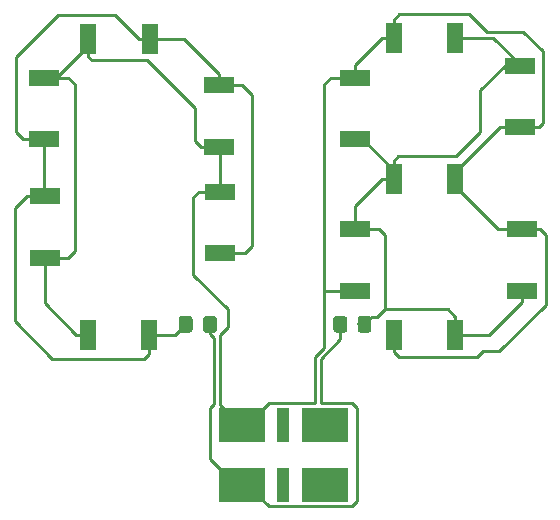
<source format=gbr>
G04 #@! TF.GenerationSoftware,KiCad,Pcbnew,5.1.4+dfsg1-1*
G04 #@! TF.CreationDate,2019-11-21T16:22:44-08:00*
G04 #@! TF.ProjectId,deutsche-bahn-sao,64657574-7363-4686-952d-6261686e2d73,rev?*
G04 #@! TF.SameCoordinates,PX70a3730PY3bf3e68*
G04 #@! TF.FileFunction,Copper,L2,Bot*
G04 #@! TF.FilePolarity,Positive*
%FSLAX46Y46*%
G04 Gerber Fmt 4.6, Leading zero omitted, Abs format (unit mm)*
G04 Created by KiCad (PCBNEW 5.1.4+dfsg1-1) date 2019-11-21 16:22:44*
%MOMM*%
%LPD*%
G04 APERTURE LIST*
%ADD10C,0.100000*%
%ADD11C,1.150000*%
%ADD12R,1.400000X2.600000*%
%ADD13R,2.600000X1.400000*%
%ADD14R,4.000000X3.000000*%
%ADD15R,1.000000X3.000000*%
%ADD16C,0.250000*%
G04 APERTURE END LIST*
D10*
G36*
X38186505Y-34607204D02*
G01*
X38210773Y-34610804D01*
X38234572Y-34616765D01*
X38257671Y-34625030D01*
X38279850Y-34635520D01*
X38300893Y-34648132D01*
X38320599Y-34662747D01*
X38338777Y-34679223D01*
X38355253Y-34697401D01*
X38369868Y-34717107D01*
X38382480Y-34738150D01*
X38392970Y-34760329D01*
X38401235Y-34783428D01*
X38407196Y-34807227D01*
X38410796Y-34831495D01*
X38412000Y-34855999D01*
X38412000Y-35756001D01*
X38410796Y-35780505D01*
X38407196Y-35804773D01*
X38401235Y-35828572D01*
X38392970Y-35851671D01*
X38382480Y-35873850D01*
X38369868Y-35894893D01*
X38355253Y-35914599D01*
X38338777Y-35932777D01*
X38320599Y-35949253D01*
X38300893Y-35963868D01*
X38279850Y-35976480D01*
X38257671Y-35986970D01*
X38234572Y-35995235D01*
X38210773Y-36001196D01*
X38186505Y-36004796D01*
X38162001Y-36006000D01*
X37511999Y-36006000D01*
X37487495Y-36004796D01*
X37463227Y-36001196D01*
X37439428Y-35995235D01*
X37416329Y-35986970D01*
X37394150Y-35976480D01*
X37373107Y-35963868D01*
X37353401Y-35949253D01*
X37335223Y-35932777D01*
X37318747Y-35914599D01*
X37304132Y-35894893D01*
X37291520Y-35873850D01*
X37281030Y-35851671D01*
X37272765Y-35828572D01*
X37266804Y-35804773D01*
X37263204Y-35780505D01*
X37262000Y-35756001D01*
X37262000Y-34855999D01*
X37263204Y-34831495D01*
X37266804Y-34807227D01*
X37272765Y-34783428D01*
X37281030Y-34760329D01*
X37291520Y-34738150D01*
X37304132Y-34717107D01*
X37318747Y-34697401D01*
X37335223Y-34679223D01*
X37353401Y-34662747D01*
X37373107Y-34648132D01*
X37394150Y-34635520D01*
X37416329Y-34625030D01*
X37439428Y-34616765D01*
X37463227Y-34610804D01*
X37487495Y-34607204D01*
X37511999Y-34606000D01*
X38162001Y-34606000D01*
X38186505Y-34607204D01*
X38186505Y-34607204D01*
G37*
D11*
X37837000Y-35306000D03*
D10*
G36*
X40236505Y-34607204D02*
G01*
X40260773Y-34610804D01*
X40284572Y-34616765D01*
X40307671Y-34625030D01*
X40329850Y-34635520D01*
X40350893Y-34648132D01*
X40370599Y-34662747D01*
X40388777Y-34679223D01*
X40405253Y-34697401D01*
X40419868Y-34717107D01*
X40432480Y-34738150D01*
X40442970Y-34760329D01*
X40451235Y-34783428D01*
X40457196Y-34807227D01*
X40460796Y-34831495D01*
X40462000Y-34855999D01*
X40462000Y-35756001D01*
X40460796Y-35780505D01*
X40457196Y-35804773D01*
X40451235Y-35828572D01*
X40442970Y-35851671D01*
X40432480Y-35873850D01*
X40419868Y-35894893D01*
X40405253Y-35914599D01*
X40388777Y-35932777D01*
X40370599Y-35949253D01*
X40350893Y-35963868D01*
X40329850Y-35976480D01*
X40307671Y-35986970D01*
X40284572Y-35995235D01*
X40260773Y-36001196D01*
X40236505Y-36004796D01*
X40212001Y-36006000D01*
X39561999Y-36006000D01*
X39537495Y-36004796D01*
X39513227Y-36001196D01*
X39489428Y-35995235D01*
X39466329Y-35986970D01*
X39444150Y-35976480D01*
X39423107Y-35963868D01*
X39403401Y-35949253D01*
X39385223Y-35932777D01*
X39368747Y-35914599D01*
X39354132Y-35894893D01*
X39341520Y-35873850D01*
X39331030Y-35851671D01*
X39322765Y-35828572D01*
X39316804Y-35804773D01*
X39313204Y-35780505D01*
X39312000Y-35756001D01*
X39312000Y-34855999D01*
X39313204Y-34831495D01*
X39316804Y-34807227D01*
X39322765Y-34783428D01*
X39331030Y-34760329D01*
X39341520Y-34738150D01*
X39354132Y-34717107D01*
X39368747Y-34697401D01*
X39385223Y-34679223D01*
X39403401Y-34662747D01*
X39423107Y-34648132D01*
X39444150Y-34635520D01*
X39466329Y-34625030D01*
X39489428Y-34616765D01*
X39513227Y-34610804D01*
X39537495Y-34607204D01*
X39561999Y-34606000D01*
X40212001Y-34606000D01*
X40236505Y-34607204D01*
X40236505Y-34607204D01*
G37*
D11*
X39887000Y-35306000D03*
D12*
X42358000Y-36195000D03*
X47558000Y-36195000D03*
D13*
X39116000Y-32445000D03*
X39116000Y-27245000D03*
D12*
X16513500Y-11112500D03*
X21713500Y-11112500D03*
D13*
X27622500Y-24070000D03*
X27622500Y-29270000D03*
X53213000Y-27245000D03*
X53213000Y-32445000D03*
D12*
X47558000Y-22987000D03*
X42358000Y-22987000D03*
D13*
X27559000Y-20253000D03*
X27559000Y-15053000D03*
X39116000Y-14418000D03*
X39116000Y-19618000D03*
X53086000Y-18602000D03*
X53086000Y-13402000D03*
X12827000Y-29651000D03*
X12827000Y-24451000D03*
D12*
X42358000Y-11049000D03*
X47558000Y-11049000D03*
X16450000Y-36195000D03*
X21650000Y-36195000D03*
D10*
G36*
X27155505Y-34607204D02*
G01*
X27179773Y-34610804D01*
X27203572Y-34616765D01*
X27226671Y-34625030D01*
X27248850Y-34635520D01*
X27269893Y-34648132D01*
X27289599Y-34662747D01*
X27307777Y-34679223D01*
X27324253Y-34697401D01*
X27338868Y-34717107D01*
X27351480Y-34738150D01*
X27361970Y-34760329D01*
X27370235Y-34783428D01*
X27376196Y-34807227D01*
X27379796Y-34831495D01*
X27381000Y-34855999D01*
X27381000Y-35756001D01*
X27379796Y-35780505D01*
X27376196Y-35804773D01*
X27370235Y-35828572D01*
X27361970Y-35851671D01*
X27351480Y-35873850D01*
X27338868Y-35894893D01*
X27324253Y-35914599D01*
X27307777Y-35932777D01*
X27289599Y-35949253D01*
X27269893Y-35963868D01*
X27248850Y-35976480D01*
X27226671Y-35986970D01*
X27203572Y-35995235D01*
X27179773Y-36001196D01*
X27155505Y-36004796D01*
X27131001Y-36006000D01*
X26480999Y-36006000D01*
X26456495Y-36004796D01*
X26432227Y-36001196D01*
X26408428Y-35995235D01*
X26385329Y-35986970D01*
X26363150Y-35976480D01*
X26342107Y-35963868D01*
X26322401Y-35949253D01*
X26304223Y-35932777D01*
X26287747Y-35914599D01*
X26273132Y-35894893D01*
X26260520Y-35873850D01*
X26250030Y-35851671D01*
X26241765Y-35828572D01*
X26235804Y-35804773D01*
X26232204Y-35780505D01*
X26231000Y-35756001D01*
X26231000Y-34855999D01*
X26232204Y-34831495D01*
X26235804Y-34807227D01*
X26241765Y-34783428D01*
X26250030Y-34760329D01*
X26260520Y-34738150D01*
X26273132Y-34717107D01*
X26287747Y-34697401D01*
X26304223Y-34679223D01*
X26322401Y-34662747D01*
X26342107Y-34648132D01*
X26363150Y-34635520D01*
X26385329Y-34625030D01*
X26408428Y-34616765D01*
X26432227Y-34610804D01*
X26456495Y-34607204D01*
X26480999Y-34606000D01*
X27131001Y-34606000D01*
X27155505Y-34607204D01*
X27155505Y-34607204D01*
G37*
D11*
X26806000Y-35306000D03*
D10*
G36*
X25105505Y-34607204D02*
G01*
X25129773Y-34610804D01*
X25153572Y-34616765D01*
X25176671Y-34625030D01*
X25198850Y-34635520D01*
X25219893Y-34648132D01*
X25239599Y-34662747D01*
X25257777Y-34679223D01*
X25274253Y-34697401D01*
X25288868Y-34717107D01*
X25301480Y-34738150D01*
X25311970Y-34760329D01*
X25320235Y-34783428D01*
X25326196Y-34807227D01*
X25329796Y-34831495D01*
X25331000Y-34855999D01*
X25331000Y-35756001D01*
X25329796Y-35780505D01*
X25326196Y-35804773D01*
X25320235Y-35828572D01*
X25311970Y-35851671D01*
X25301480Y-35873850D01*
X25288868Y-35894893D01*
X25274253Y-35914599D01*
X25257777Y-35932777D01*
X25239599Y-35949253D01*
X25219893Y-35963868D01*
X25198850Y-35976480D01*
X25176671Y-35986970D01*
X25153572Y-35995235D01*
X25129773Y-36001196D01*
X25105505Y-36004796D01*
X25081001Y-36006000D01*
X24430999Y-36006000D01*
X24406495Y-36004796D01*
X24382227Y-36001196D01*
X24358428Y-35995235D01*
X24335329Y-35986970D01*
X24313150Y-35976480D01*
X24292107Y-35963868D01*
X24272401Y-35949253D01*
X24254223Y-35932777D01*
X24237747Y-35914599D01*
X24223132Y-35894893D01*
X24210520Y-35873850D01*
X24200030Y-35851671D01*
X24191765Y-35828572D01*
X24185804Y-35804773D01*
X24182204Y-35780505D01*
X24181000Y-35756001D01*
X24181000Y-34855999D01*
X24182204Y-34831495D01*
X24185804Y-34807227D01*
X24191765Y-34783428D01*
X24200030Y-34760329D01*
X24210520Y-34738150D01*
X24223132Y-34717107D01*
X24237747Y-34697401D01*
X24254223Y-34679223D01*
X24272401Y-34662747D01*
X24292107Y-34648132D01*
X24313150Y-34635520D01*
X24335329Y-34625030D01*
X24358428Y-34616765D01*
X24382227Y-34610804D01*
X24406495Y-34607204D01*
X24430999Y-34606000D01*
X25081001Y-34606000D01*
X25105505Y-34607204D01*
X25105505Y-34607204D01*
G37*
D11*
X24756000Y-35306000D03*
D14*
X29480000Y-48875000D03*
X29480000Y-43835000D03*
D15*
X33020000Y-48875000D03*
X33020000Y-43835000D03*
D14*
X36560000Y-48875000D03*
X36560000Y-43835000D03*
D13*
X12763500Y-14418000D03*
X12763500Y-19618000D03*
D16*
X27622500Y-20316500D02*
X27559000Y-20253000D01*
X27622500Y-24070000D02*
X27622500Y-20316500D01*
X47558000Y-23587000D02*
X47558000Y-22987000D01*
X51216000Y-27245000D02*
X47558000Y-23587000D01*
X53213000Y-27245000D02*
X51216000Y-27245000D01*
X39116000Y-13341000D02*
X39116000Y-13468000D01*
X39116000Y-13468000D02*
X39116000Y-14418000D01*
X41408000Y-11049000D02*
X39116000Y-13341000D01*
X42358000Y-11049000D02*
X41408000Y-11049000D01*
X36449000Y-14986000D02*
X37017000Y-14418000D01*
X37017000Y-14418000D02*
X39116000Y-14418000D01*
X51343000Y-18602000D02*
X53086000Y-18602000D01*
X47558000Y-22987000D02*
X47558000Y-22387000D01*
X47558000Y-22387000D02*
X51343000Y-18602000D01*
X13808000Y-14418000D02*
X12763500Y-14418000D01*
X16513500Y-11712500D02*
X13808000Y-14418000D01*
X16513500Y-11112500D02*
X16513500Y-11712500D01*
X15500000Y-36195000D02*
X16450000Y-36195000D01*
X12827000Y-33522000D02*
X15500000Y-36195000D01*
X12827000Y-29651000D02*
X12827000Y-33522000D01*
X36449000Y-31750000D02*
X36449000Y-14986000D01*
X36449000Y-32258000D02*
X36449000Y-31750000D01*
X36509000Y-32445000D02*
X36449000Y-32385000D01*
X39116000Y-32445000D02*
X36509000Y-32445000D01*
X36449000Y-32385000D02*
X36449000Y-31750000D01*
X35687000Y-38098590D02*
X35687000Y-42009999D01*
X36449000Y-37336590D02*
X35687000Y-38098590D01*
X35687000Y-42009999D02*
X31805001Y-42009999D01*
X36449000Y-32385000D02*
X36449000Y-37336590D01*
X31805001Y-42009999D02*
X29980000Y-43835000D01*
X29980000Y-43835000D02*
X29480000Y-43835000D01*
X28889020Y-43835000D02*
X27706010Y-42651990D01*
X29480000Y-43835000D02*
X28889020Y-43835000D01*
X27686000Y-36195000D02*
X27686000Y-42164000D01*
X28321000Y-35560000D02*
X27686000Y-36195000D01*
X27686000Y-42164000D02*
X29357000Y-43835000D01*
X25841000Y-24070000D02*
X25400000Y-24511000D01*
X27622500Y-24070000D02*
X25841000Y-24070000D01*
X25400000Y-24511000D02*
X25400000Y-31115000D01*
X28321000Y-34036000D02*
X28321000Y-35560000D01*
X29357000Y-43835000D02*
X29480000Y-43835000D01*
X25400000Y-31115000D02*
X28321000Y-34036000D01*
X50292000Y-10541000D02*
X48768000Y-9017000D01*
X54636000Y-18602000D02*
X54991000Y-18247000D01*
X42358000Y-9499000D02*
X42358000Y-11049000D01*
X42840000Y-9017000D02*
X42358000Y-9499000D01*
X53086000Y-18602000D02*
X54636000Y-18602000D01*
X48768000Y-9017000D02*
X42840000Y-9017000D01*
X53340000Y-10541000D02*
X50292000Y-10541000D01*
X54991000Y-18247000D02*
X54991000Y-12192000D01*
X54991000Y-12192000D02*
X53340000Y-10541000D01*
X14799000Y-29651000D02*
X12827000Y-29651000D01*
X15367000Y-29083000D02*
X14799000Y-29651000D01*
X15367000Y-14986000D02*
X15367000Y-29083000D01*
X12763500Y-14418000D02*
X14799000Y-14418000D01*
X14799000Y-14418000D02*
X15367000Y-14986000D01*
X16513500Y-12662500D02*
X16513500Y-11112500D01*
X16805000Y-12954000D02*
X16513500Y-12662500D01*
X26009000Y-20253000D02*
X25527000Y-19771000D01*
X27559000Y-20253000D02*
X26009000Y-20253000D01*
X25527000Y-19771000D02*
X25527000Y-17018000D01*
X25527000Y-17018000D02*
X21463000Y-12954000D01*
X21463000Y-12954000D02*
X16805000Y-12954000D01*
X55245000Y-33655000D02*
X55245000Y-27727000D01*
X54763000Y-27245000D02*
X53213000Y-27245000D01*
X55245000Y-27727000D02*
X54763000Y-27245000D01*
X51308000Y-37592000D02*
X55245000Y-33655000D01*
X42358000Y-37659000D02*
X42799000Y-38100000D01*
X42358000Y-36195000D02*
X42358000Y-37659000D01*
X42799000Y-38100000D02*
X49403000Y-38100000D01*
X49403000Y-38100000D02*
X49911000Y-37592000D01*
X49911000Y-37592000D02*
X51308000Y-37592000D01*
X23867000Y-36195000D02*
X24756000Y-35306000D01*
X21650000Y-36195000D02*
X23867000Y-36195000D01*
X22663500Y-11112500D02*
X21713500Y-11112500D01*
X24568500Y-11112500D02*
X22663500Y-11112500D01*
X27559000Y-14103000D02*
X24568500Y-11112500D01*
X27559000Y-15053000D02*
X27559000Y-14103000D01*
X12763500Y-24387500D02*
X12827000Y-24451000D01*
X12763500Y-19618000D02*
X12763500Y-24387500D01*
X27622500Y-29270000D02*
X29785000Y-29270000D01*
X29785000Y-29270000D02*
X30353000Y-28702000D01*
X30353000Y-28702000D02*
X30353000Y-15875000D01*
X29531000Y-15053000D02*
X27559000Y-15053000D01*
X30353000Y-15875000D02*
X29531000Y-15053000D01*
X10982000Y-19618000D02*
X12763500Y-19618000D01*
X21713500Y-11112500D02*
X20763500Y-11112500D01*
X18795000Y-9144000D02*
X13970000Y-9144000D01*
X10414000Y-19050000D02*
X10982000Y-19618000D01*
X20763500Y-11112500D02*
X18795000Y-9144000D01*
X13970000Y-9144000D02*
X10414000Y-12700000D01*
X10414000Y-12700000D02*
X10414000Y-19050000D01*
X21650000Y-37798500D02*
X21650000Y-36195000D01*
X11277000Y-24451000D02*
X10287000Y-25441000D01*
X10287000Y-35052000D02*
X13462000Y-38227000D01*
X12827000Y-24451000D02*
X11277000Y-24451000D01*
X21221500Y-38227000D02*
X21650000Y-37798500D01*
X10287000Y-25441000D02*
X10287000Y-35052000D01*
X13462000Y-38227000D02*
X21221500Y-38227000D01*
X28980000Y-48875000D02*
X29480000Y-48875000D01*
X26806000Y-46701000D02*
X28980000Y-48875000D01*
X29980000Y-48875000D02*
X29480000Y-48875000D01*
X31805001Y-50700001D02*
X29980000Y-48875000D01*
X38820001Y-50700001D02*
X31805001Y-50700001D01*
X39243000Y-50277002D02*
X38820001Y-50700001D01*
X39243000Y-42432998D02*
X39243000Y-50277002D01*
X37837000Y-35306000D02*
X37837000Y-36585000D01*
X37837000Y-36585000D02*
X36195000Y-38227000D01*
X38820001Y-42009999D02*
X39243000Y-42432998D01*
X36195000Y-38227000D02*
X36195000Y-42009999D01*
X36195000Y-42009999D02*
X38820001Y-42009999D01*
X26806000Y-36106000D02*
X27178000Y-36478000D01*
X26806000Y-35306000D02*
X26806000Y-36106000D01*
X27178000Y-36478000D02*
X27178000Y-42037000D01*
X26806000Y-42409000D02*
X26806000Y-46701000D01*
X27178000Y-42037000D02*
X26806000Y-42409000D01*
X42358000Y-22260000D02*
X42358000Y-22987000D01*
X39716000Y-19618000D02*
X42358000Y-22260000D01*
X39116000Y-19618000D02*
X39716000Y-19618000D01*
X39116000Y-26295000D02*
X39116000Y-27245000D01*
X39116000Y-25279000D02*
X39116000Y-26295000D01*
X41408000Y-22987000D02*
X39116000Y-25279000D01*
X42358000Y-22987000D02*
X41408000Y-22987000D01*
X40510372Y-34682628D02*
X39887000Y-35306000D01*
X47558000Y-34645000D02*
X46923001Y-34010001D01*
X47558000Y-36195000D02*
X47558000Y-34645000D01*
X50794000Y-11049000D02*
X48508000Y-11049000D01*
X53213000Y-13468000D02*
X50794000Y-11049000D01*
X48508000Y-11049000D02*
X47558000Y-11049000D01*
X50413000Y-36195000D02*
X48508000Y-36195000D01*
X48508000Y-36195000D02*
X47558000Y-36195000D01*
X53213000Y-33395000D02*
X50413000Y-36195000D01*
X53213000Y-32445000D02*
X53213000Y-33395000D01*
X51749000Y-13402000D02*
X53086000Y-13402000D01*
X42358000Y-21437000D02*
X42713000Y-21082000D01*
X42358000Y-22987000D02*
X42358000Y-21437000D01*
X49657000Y-15494000D02*
X51749000Y-13402000D01*
X42713000Y-21082000D02*
X47625000Y-21082000D01*
X47625000Y-21082000D02*
X49657000Y-19050000D01*
X49657000Y-19050000D02*
X49657000Y-15494000D01*
X46923001Y-34010001D02*
X41630001Y-34010001D01*
X40957374Y-34682628D02*
X41630001Y-34010001D01*
X40510372Y-34682628D02*
X40957374Y-34682628D01*
X41630001Y-27774501D02*
X41630001Y-34010001D01*
X39116000Y-27245000D02*
X41100500Y-27245000D01*
X41100500Y-27245000D02*
X41630001Y-27774501D01*
M02*

</source>
